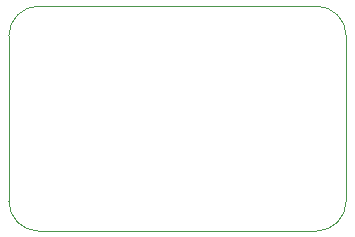
<source format=gbr>
G04 #@! TF.GenerationSoftware,KiCad,Pcbnew,(5.1.5-0-10_14)*
G04 #@! TF.CreationDate,2020-03-30T14:10:08+09:00*
G04 #@! TF.ProjectId,WEEK9_Analog_Temperature_Senser_Board_0328,5745454b-395f-4416-9e61-6c6f675f5465,rev?*
G04 #@! TF.SameCoordinates,Original*
G04 #@! TF.FileFunction,Profile,NP*
%FSLAX46Y46*%
G04 Gerber Fmt 4.6, Leading zero omitted, Abs format (unit mm)*
G04 Created by KiCad (PCBNEW (5.1.5-0-10_14)) date 2020-03-30 14:10:08*
%MOMM*%
%LPD*%
G04 APERTURE LIST*
%ADD10C,0.050000*%
G04 APERTURE END LIST*
D10*
X207645000Y-40640000D02*
G75*
G02X205105000Y-43180000I-2540000J0D01*
G01*
X205105000Y-24130000D02*
G75*
G02X207645000Y-26670000I0J-2540000D01*
G01*
X181610000Y-43180000D02*
G75*
G02X179070000Y-40640000I0J2540000D01*
G01*
X179070000Y-26670000D02*
G75*
G02X181610000Y-24130000I2540000J0D01*
G01*
X182245000Y-24130000D02*
X181610000Y-24130000D01*
X179070000Y-27940000D02*
X179070000Y-26670000D01*
X179070000Y-27940000D02*
X179070000Y-40640000D01*
X205105000Y-24130000D02*
X182245000Y-24130000D01*
X207645000Y-40640000D02*
X207645000Y-26670000D01*
X205105000Y-43180000D02*
X181610000Y-43180000D01*
M02*

</source>
